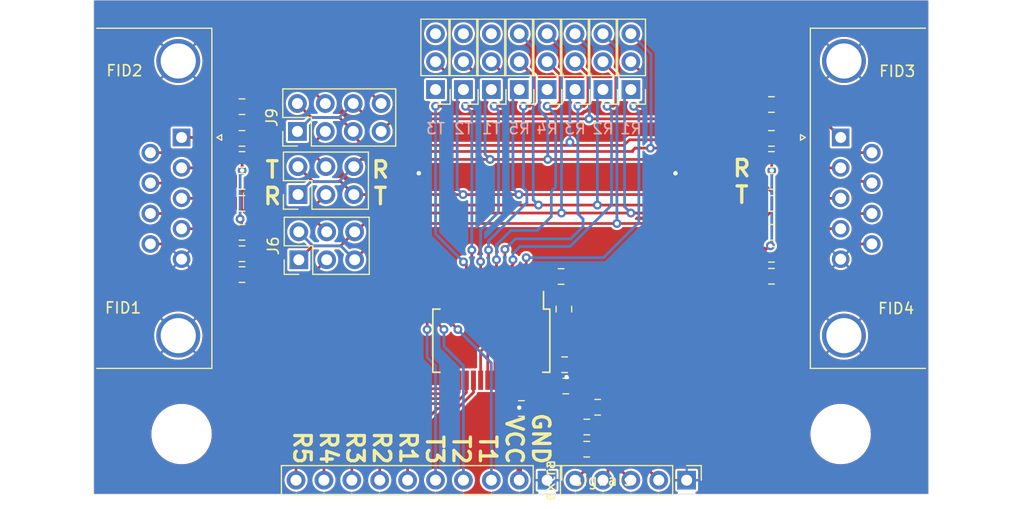
<source format=kicad_pcb>
(kicad_pcb (version 20221018) (generator pcbnew)
  (layers (0 "F.Cu" signal) (31 "B.Cu" signal) (34 "B.Paste" user) (35 "F.Paste" user) (36 "B.SilkS" user "B.Silkscreen") (37 "F.SilkS" user "F.Silkscreen") (38 "B.Mask" user) (39 "F.Mask" user) (44 "Edge.Cuts" user))
  (net 0 "")
  (net 1 "GND")
  (net 2 "Net-(IC1A-C1+)")
  (net 3 "Net-(IC1A-C1-)")
  (net 4 "Net-(IC1A-C2+)")
  (net 5 "Net-(IC1A-C2-)")
  (net 6 "Net-(IC1A-V+)")
  (net 7 "Net-(IC1A-V-)")
  (net 8 "Net-(J1-Pad9)")
  (net 9 "Net-(J1-Pad8)")
  (net 10 "Net-(J1-Pad7)")
  (net 11 "Net-(J1-Pad6)")
  (net 12 "Net-(J1-Pad4)")
  (net 13 "Net-(J1-Pad3)")
  (net 14 "Net-(J1-Pad2)")
  (net 15 "Net-(J1-Pad1)")
  (net 16 "Net-(J2-Pad9)")
  (net 17 "Net-(J2-Pad8)")
  (net 18 "Net-(J2-Pad7)")
  (net 19 "Net-(J2-Pad6)")
  (net 20 "Net-(J2-Pad4)")
  (net 21 "Net-(J2-Pad3)")
  (net 22 "Net-(J2-Pad2)")
  (net 23 "Net-(J2-Pad1)")
  (net 24 "DSR")
  (net 25 "RTS")
  (net 26 "CTS")
  (net 27 "DTR")
  (net 28 "RING")
  (net 29 "VCC")
  (net 30 "FORCEON")
  (net 31 "~{FORCEOFF}")
  (net 32 "~{INVALID}")
  (net 33 "R2OUTB")
  (net 34 "/R1")
  (net 35 "/R2")
  (net 36 "/R3")
  (net 37 "/R4")
  (net 38 "/R5")
  (net 39 "/T1")
  (net 40 "/T2")
  (net 41 "/T3")
  (net 42 "/T3_232")
  (net 43 "/T2_232")
  (net 44 "/T1_232")
  (net 45 "/R5_232")
  (net 46 "/R4_232")
  (net 47 "/R3_232")
  (net 48 "/R2_232")
  (net 49 "/R1_232")
  (net 50 "RX")
  (net 51 "TX")
  (net 52 "/M_2")
  (net 53 "/M_3")
  (net 58 "/M_7")
  (net 59 "/M_8")
  (net 60 "DCD_F")
  (net 61 "DCD_M")
  (net 62 "/M_6")
  (net 63 "/M_4")
  (footprint "Connector_Dsub:DSUB-9_Female_Horizontal_P2.77x2.84mm_EdgePinOffset4.94mm_Housed_MountingHolesOffset7.48mm" (layer "F.Cu") (at 235 45 90)
    (fp_text reference "J2" hide)
    (fp_text value "DB9_Female")
  )
  (footprint "Resistor_SMD:R_0805_2012Metric" (layer "F.Cu") (at 180.5 47 180)
    (fp_text reference "R3" hide)
    (fp_text value "0R")
  )
  (footprint "Resistor_SMD:R_0805_2012Metric" (layer "F.Cu") (at 180.5 49 180)
    (fp_text reference "R4" hide)
    (fp_text value "0R")
  )
  (footprint "Resistor_SMD:R_0805_2012Metric" (layer "F.Cu") (at 180.5 51 180)
    (fp_text reference "R5" hide)
    (fp_text value "0R")
  )
  (footprint "Resistor_SMD:R_0805_2012Metric" (layer "F.Cu") (at 180.5 53.635 180)
    (fp_text reference "R6" hide)
    (fp_text value "0R")
  )
  (footprint "Resistor_SMD:R_0805_2012Metric" (layer "F.Cu") (at 180.5 55.585 180)
    (fp_text reference "R7" hide)
    (fp_text value "0R")
  )
  (footprint "Resistor_SMD:R_0805_2012Metric" (layer "F.Cu") (at 180.5 57.485 180)
    (fp_text reference "R8" hide)
    (fp_text value "0R")
  )
  (footprint "Resistor_SMD:R_0805_2012Metric" (layer "F.Cu") (at 228.7 42 180)
    (fp_text reference "R11" hide)
    (fp_text value "0R")
  )
  (footprint "Resistor_SMD:R_0805_2012Metric" (layer "F.Cu") (at 228.7 45.085 180)
    (fp_text reference "R12" hide)
    (fp_text value "0R")
  )
  (footprint "Resistor_SMD:R_0805_2012Metric" (layer "F.Cu") (at 228.7 47 180)
    (fp_text reference "R13" hide)
    (fp_text value "0R")
  )
  (footprint "Resistor_SMD:R_0805_2012Metric" (layer "F.Cu") (at 228.7 49 180)
    (fp_text reference "R14" hide)
    (fp_text value "0R")
  )
  (footprint "Resistor_SMD:R_0805_2012Metric" (layer "F.Cu") (at 228.7 51 180)
    (fp_text reference "R15" hide)
    (fp_text value "0R")
  )
  (footprint "Resistor_SMD:R_0805_2012Metric" (layer "F.Cu") (at 228.7 53.635 180)
    (fp_text reference "R16" hide)
    (fp_text value "0R")
  )
  (footprint "Resistor_SMD:R_0805_2012Metric" (layer "F.Cu") (at 228.7 55.635 180)
    (fp_text reference "R17" hide)
    (fp_text value "0R")
  )
  (footprint "Resistor_SMD:R_0805_2012Metric" (layer "F.Cu") (at 228.7 57.635 180)
    (fp_text reference "R18" hide)
    (fp_text value "0R")
  )
  (footprint "Connector_Dsub:DSUB-9_Male_Horizontal_P2.77x2.84mm_EdgePinOffset4.94mm_Housed_MountingHolesOffset7.48mm" (layer "F.Cu") (at 175 45 -90)
    (fp_text reference "J1" hide)
    (fp_text value "DB9_Male")
  )
  (footprint "Fiducial:Fiducial_1.5mm_Mask3mm" (layer "F.Cu") (at 169.672 62.992)
    (fp_text reference "FID1")
    (fp_text value "Fiducial")
  )
  (footprint "Fiducial:Fiducial_1.5mm_Mask3mm" (layer "F.Cu") (at 169.8 41.4)
    (fp_text reference "FID2")
    (fp_text value "Fiducial")
  )
  (footprint "Fiducial:Fiducial_1.5mm_Mask3mm" (layer "F.Cu") (at 240.15 41.45)
    (fp_text reference "FID3")
    (fp_text value "Fiducial")
  )
  (footprint "Fiducial:Fiducial_1.5mm_Mask3mm" (layer "F.Cu") (at 240.05 63.05)
    (fp_text reference "FID4")
    (fp_text value "Fiducial")
  )
  (footprint "MountingHole:MountingHole_5mm" (layer "F.Cu") (at 235 72)
    (fp_text reference "H2" hide)
    (fp_text value "MountingHole")
  )
  (footprint "Capacitor_SMD:C_0805_2012Metric" (layer "F.Cu") (at 209.87 65.69 180)
    (fp_text reference "C2" hide)
    (fp_text value "100nF")
  )
  (footprint "Capacitor_SMD:C_0805_2012Metric" (layer "F.Cu") (at 209.804 60.6275 90)
    (fp_text reference "C3" hide)
    (fp_text value "470nF")
  )
  (footprint "Package_SO:SSOP-28_5.3x10.2mm_P0.65mm" (layer "F.Cu") (at 203.2 63.5 -90)
    (fp_text reference "IC1" hide)
    (fp_text value "MAX3243")
  )
  (footprint "Connector_PinHeader_2.54mm:PinHeader_1x10_P2.54mm_Vertical" (layer "F.Cu") (at 208.28 76.2 -90)
    (fp_text reference "J3" hide)
    (fp_text value "signals")
  )
  (footprint "Connector_PinHeader_2.54mm:PinHeader_1x05_P2.54mm_Vertical" (layer "F.Cu") (at 220.98 76.2 -90)
    (fp_text reference "J4" hide)
    (fp_text value "extra")
  )
  (footprint "Connector_PinHeader_2.54mm:PinHeader_2x03_P2.54mm_Vertical" (layer "F.Cu") (at 185.6 50.2 90)
    (fp_text reference "J5" hide)
    (fp_text value "SWAP_23")
  )
  (footprint "Connector_PinHeader_2.54mm:PinHeader_1x03_P2.54mm_Vertical" (layer "F.Cu") (at 198.12 40.64 180)
    (fp_text reference "JP3" hide)
    (fp_text value "T3")
  )
  (footprint "Connector_PinHeader_2.54mm:PinHeader_1x03_P2.54mm_Vertical" (layer "F.Cu") (at 215.9 40.64 180)
    (fp_text reference "JP4" hide)
    (fp_text value "R1")
  )
  (footprint "Connector_PinHeader_2.54mm:PinHeader_1x03_P2.54mm_Vertical" (layer "F.Cu") (at 213.36 40.64 180)
    (fp_text reference "JP5" hide)
    (fp_text value "R2")
  )
  (footprint "Connector_PinHeader_2.54mm:PinHeader_1x03_P2.54mm_Vertical" (layer "F.Cu") (at 205.74 40.64 180)
    (fp_text reference "JP8" hide)
    (fp_text value "R5")
  )
  (footprint "Resistor_SMD:R_0805_2012Metric" (layer "F.Cu") (at 211.89 71.36)
    (fp_text reference "R9" hide)
    (fp_text value "10K")
  )
  (footprint "Resistor_SMD:R_0805_2012Metric" (layer "F.Cu") (at 212.88 69.56)
    (fp_text reference "R10" hide)
    (fp_text value "10K")
  )
  (footprint "Resistor_SMD:R_0805_2012Metric" (layer "F.Cu") (at 211.8825 73.38)
    (fp_text reference "R19" hide)
    (fp_text value "NC")
  )
  (footprint "Resistor_SMD:R_0805_2012Metric" (layer "F.Cu") (at 180.5 45.085 180)
    (fp_text reference "R2" hide)
    (fp_text value "0R")
  )
  (footprint "Resistor_SMD:R_0805_2012Metric" (layer "F.Cu") (at 180.5 42.2 180)
    (fp_text reference "R1" hide)
    (fp_text value "0R")
  )
  (footprint "Connector_PinHeader_2.54mm:PinHeader_2x03_P2.54mm_Vertical" (layer "F.Cu") (at 185.674 56.134 90)
    (fp_text reference "J6")
    (fp_text value "SWAP_87")
  )
  (footprint "Connector_PinHeader_2.54mm:PinHeader_1x03_P2.54mm_Vertical" (layer "F.Cu") (at 210.82 40.64 180)
    (fp_text reference "JP6" hide)
    (fp_text value "R3")
  )
  (footprint "Capacitor_SMD:C_0805_2012Metric" (layer "F.Cu") (at 205.9432 69.6722 180)
    (fp_text reference "C1" hide)
    (fp_text value "100nF")
  )
  (footprint "Capacitor_SMD:C_0805_2012Metric" (layer "F.Cu") (at 209.98 67.63 180)
    (fp_text reference "C4" hide)
    (fp_text value "470nF")
  )
  (footprint "Capacitor_SMD:C_0805_2012Metric" (layer "F.Cu") (at 209.55 57.658 180)
    (fp_text reference "C5" hide)
    (fp_text value "470nF")
  )
  (footprint "MountingHole:MountingHole_5mm" (layer "F.Cu") (at 175 72)
    (fp_text reference "H1" hide)
    (fp_text value "MountingHole")
  )
  (footprint "Connector_PinHeader_2.54mm:PinHeader_2x04_P2.54mm_Vertical" (layer "F.Cu") (at 185.547 44.45 90)
    (fp_text reference "J9")
    (fp_text value "SWAP_641")
  )
  (footprint "Connector_PinHeader_2.54mm:PinHeader_1x03_P2.54mm_Vertical" (layer "F.Cu") (at 208.28 40.64 180)
    (fp_text reference "JP7" hide)
    (fp_text value "R4")
  )
  (footprint "Connector_PinHeader_2.54mm:PinHeader_1x03_P2.54mm_Vertical" (layer "F.Cu") (at 200.66 40.64 180)
    (fp_text reference "JP2" hide)
    (fp_text value "T2")
  )
  (footprint "Connector_PinHeader_2.54mm:PinHeader_1x03_P2.54mm_Vertical" (layer "F.Cu") (at 203.2 40.64 180)
    (fp_text reference "JP1" hide)
    (fp_text value "T1")
  )
  (gr_line (start 167 77.47) (end 167 32.512) (stroke (width 0.05)) (layer "Edge.Cuts"))
  (gr_line (start 243 32.512) (end 243 77.47) (stroke (width 0.05)) (layer "Edge.Cuts"))
  (gr_line (start 167 32.512) (end 243 32.512) (stroke (width 0.05)) (layer "Edge.Cuts"))
  (gr_line (start 243 77.47) (end 167 77.47) (stroke (width 0.05)) (layer "Edge.Cuts"))
  (gr_text "R\nT" (at 193.1035 49.149) (layer "F.SilkS") (effects (font (size 1.5 1.5) (thickness 0.3))))
  (gr_text "R\nT" (at 225.9965 49.022) (layer "F.SilkS") (effects (font (size 1.5 1.5) (thickness 0.3))))
  (gr_text "GND\nVCC\nT1\nT2\nT3\nR1\nR2\nR3\nR4\nR5" (at 196.85 74.9046 270) (layer "F.SilkS") (effects (font (size 1.5 1.5) (thickness 0.3)) (justify right)))
  (gr_text "T\nR" (at 183.261 49.149) (layer "F.SilkS") (effects (font (size 1.5 1.5) (thickness 0.3))))
  (via (at 210.048131 66.813489) (size 0.8) (drill 0.4) (layers "F.Cu" "B.Cu") (net 1))
  (via (at 205.74 69.596) (size 0.8) (drill 0.4) (layers "F.Cu" "B.Cu") (net 1))
  (via (at 196.596 48.26) (size 0.8) (drill 0.4) (layers "F.Cu" "B.Cu") (net 1))
  (via (at 219.964 48.26) (size 0.8) (drill 0.4) (layers "F.Cu" "B.Cu") (net 1))
  (segment (start 207.425 67.1) (end 207.425 66.095) (width 0.25) (layer "F.Cu") (net 2))
  (segment (start 207.425 66.095) (end 207.83 65.69) (width 0.25) (layer "F.Cu") (net 2))
  (segment (start 207.83 65.69) (end 208.9325 65.69) (width 0.25) (layer "F.Cu") (net 2))
  (segment (start 204.825 65.431) (end 205.671 64.585) (width 0.25) (layer "F.Cu") (net 3))
  (segment (start 209.97 64.585) (end 210.8075 65.4225) (width 0.25) (layer "F.Cu") (net 3))
  (segment (start 204.825 67.1) (end 204.825 65.431) (width 0.25) (layer "F.Cu") (net 3))
  (segment (start 205.671 64.585) (end 209.97 64.585) (width 0.25) (layer "F.Cu") (net 3))
  (segment (start 210.8075 65.4225) (end 210.8075 65.69) (width 0.25) (layer "F.Cu") (net 3))
  (segment (start 207.425 59.9) (end 209.34 59.9) (width 0.25) (layer "F.Cu") (net 4))
  (segment (start 209.34 59.9) (end 209.55 59.69) (width 0.25) (layer "F.Cu") (net 4))
  (segment (start 206.775 61.233) (end 207.107 61.565) (width 0.25) (layer "F.Cu") (net 5))
  (segment (start 206.775 59.9) (end 206.775 61.233) (width 0.25) (layer "F.Cu") (net 5))
  (segment (start 207.107 61.565) (end 208.85 61.565) (width 0.25) (layer "F.Cu") (net 5))
  (segment (start 208.85 61.565) (end 209.55 61.565) (width 0.25) (layer "F.Cu") (net 5))
  (segment (start 206.775 67.1) (end 206.775 68.225) (width 0.25) (layer "F.Cu") (net 6))
  (segment (start 207.13 68.58) (end 208.01 68.58) (width 0.25) (layer "F.Cu") (net 6))
  (segment (start 208.0925 68.58) (end 209.0425 67.63) (width 0.25) (layer "F.Cu") (net 6))
  (segment (start 206.775 68.225) (end 207.13 68.58) (width 0.25) (layer "F.Cu") (net 6))
  (segment (start 208.01 68.58) (end 208.0925 68.58) (width 0.25) (layer "F.Cu") (net 6))
  (segment (start 208.6125 57.8335) (end 208.6125 57.658) (width 0.25) (layer "F.Cu") (net 7))
  (segment (start 206.48 58.42) (end 208.026 58.42) (width 0.25) (layer "F.Cu") (net 7))
  (segment (start 206.125 59.9) (end 206.125 58.775) (width 0.25) (layer "F.Cu") (net 7))
  (segment (start 206.125 58.775) (end 206.48 58.42) (width 0.25) (layer "F.Cu") (net 7))
  (segment (start 208.026 58.42) (end 208.6125 57.8335) (width 0.25) (layer "F.Cu") (net 7))
  (segment (start 172.16 54.695) (end 176.095 54.695) (width 0.25) (layer "F.Cu") (net 8))
  (segment (start 178.885 57.485) (end 179.5625 57.485) (width 0.25) (layer "F.Cu") (net 8))
  (segment (start 176.095 54.695) (end 178.885 57.485) (width 0.25) (layer "F.Cu") (net 8))
  (segment (start 172.16 51.925) (end 176.925 51.925) (width 0.25) (layer "F.Cu") (net 9))
  (segment (start 178.635 53.635) (end 179.5625 53.635) (width 0.25) (layer "F.Cu") (net 9))
  (segment (start 176.925 51.925) (end 178.635 53.635) (width 0.25) (layer "F.Cu") (net 9))
  (segment (start 179.4075 49.155) (end 179.5625 49) (width 0.25) (layer "F.Cu") (net 10))
  (segment (start 172.16 49.155) (end 179.4075 49.155) (width 0.25) (layer "F.Cu") (net 10))
  (segment (start 176.615 46.385) (end 177.915 45.085) (width 0.25) (layer "F.Cu") (net 11))
  (segment (start 172.16 46.385) (end 176.615 46.385) (width 0.25) (layer "F.Cu") (net 11))
  (segment (start 177.915 45.085) (end 179.5625 45.085) (width 0.25) (layer "F.Cu") (net 11))
  (segment (start 178.785 55.585) (end 179.5625 55.585) (width 0.25) (layer "F.Cu") (net 12))
  (segment (start 175 53.31) (end 176.51 53.31) (width 0.25) (layer "F.Cu") (net 12))
  (segment (start 176.51 53.31) (end 178.785 55.585) (width 0.25) (layer "F.Cu") (net 12))
  (segment (start 177.94 50.54) (end 178.4 51) (width 0.25) (layer "F.Cu") (net 13))
  (segment (start 175 50.54) (end 177.94 50.54) (width 0.25) (layer "F.Cu") (net 13))
  (segment (start 178.4 51) (end 179.5625 51) (width 0.25) (layer "F.Cu") (net 13))
  (segment (start 178.4 47) (end 179.5625 47) (width 0.25) (layer "F.Cu") (net 14))
  (segment (start 177.63 47.77) (end 178.4 47) (width 0.25) (layer "F.Cu") (net 14))
  (segment (start 175 47.77) (end 177.63 47.77) (width 0.25) (layer "F.Cu") (net 14))
  (segment (start 175 45) (end 176.05 45) (width 0.25) (layer "F.Cu") (net 15))
  (segment (start 176.05 45) (end 178.85 42.2) (width 0.25) (layer "F.Cu") (net 15))
  (segment (start 178.85 42.2) (end 179.5625 42.2) (width 0.25) (layer "F.Cu") (net 15))
  (segment (start 230.765 57.635) (end 229.6375 57.635) (width 0.25) (layer "F.Cu") (net 16))
  (segment (start 237.84 54.695) (end 233.705 54.695) (width 0.25) (layer "F.Cu") (net 16))
  (segment (start 233.705 54.695) (end 230.765 57.635) (width 0.25) (layer "F.Cu") (net 16))
  (segment (start 233.662 51.925) (end 232.809 51.925) (width 0.25) (layer "F.Cu") (net 17))
  (segment (start 232.809 51.925) (end 231.099 53.635) (width 0.25) (layer "F.Cu") (net 17))
  (segment (start 233.662 51.925) (end 236.70863 51.925) (width 0.25) (layer "F.Cu") (net 17))
  (segment (start 231.099 53.635) (end 229.6375 53.635) (width 0.25) (layer "F.Cu") (net 17))
  (segment (start 236.70863 51.925) (end 237.84 51.925) (width 0.25) (layer "F.Cu") (net 17))
  (segment (start 237.685 49) (end 237.84 49.155) (width 0.25) (layer "F.Cu") (net 18))
  (segment (start 229.6375 49) (end 237.685 49) (width 0.25) (layer "F.Cu") (net 18))
  (segment (start 231.21 45.085) (end 232.51 46.385) (width 0.25) (layer "F.Cu") (net 19))
  (segment (start 232.51 46.385) (end 236.70863 46.385) (width 0.25) (layer "F.Cu") (net 19))
  (segment (start 236.70863 46.385) (end 237.84 46.385) (width 0.25) (layer "F.Cu") (net 19))
  (segment (start 229.6375 45.085) (end 231.21 45.085) (width 0.25) (layer "F.Cu") (net 19))
  (segment (start 232.89 53.31) (end 230.565 55.635) (width 0.25) (layer "F.Cu") (net 20))
  (segment (start 235 53.31) (end 232.89 53.31) (width 0.25) (layer "F.Cu") (net 20))
  (segment (start 230.565 55.635) (end 229.6375 55.635) (width 0.25) (layer "F.Cu") (net 20))
  (segment (start 233.26 50.54) (end 235 50.54) (width 0.25) (layer "F.Cu") (net 21))
  (segment (start 232.8 51) (end 233.26 50.54) (width 0.25) (layer "F.Cu") (net 21))
  (segment (start 229.6375 51) (end 232.8 51) (width 0.25) (layer "F.Cu") (net 21))
  (segment (start 231 47) (end 229.6375 47) (width 0.25) (layer "F.Cu") (net 22))
  (segment (start 231.77 47.77) (end 231 47) (width 0.25) (layer "F.Cu") (net 22))
  (segment (start 235 47.77) (end 231.77 47.77) (width 0.25) (layer "F.Cu") (net 22))
  (segment (start 229.6375 42) (end 232 42) (width 0.25) (layer "F.Cu") (net 23))
  (segment (start 232 42) (end 235 45) (width 0.25) (layer "F.Cu") (net 23))
  (segment (start 225.679 45.974) (end 226.568 45.085) (width 0.25) (layer "F.Cu") (net 24))
  (segment (start 189.357 43.18) (end 189.777001 43.600001) (width 0.25) (layer "F.Cu") (net 24))
  (segment (start 186.817 43.18) (end 189.357 43.18) (width 0.25) (layer "F.Cu") (net 24))
  (segment (start 190.627 44.45) (end 190.627 44.831) (width 0.25) (layer "F.Cu") (net 24))
  (segment (start 185.547 41.91) (end 186.817 43.18) (width 0.25) (layer "F.Cu") (net 24))
  (segment (start 216.281 45.974) (end 217.678 45.974) (width 0.25) (layer "F.Cu") (net 24))
  (segment (start 216.073999 46.181001) (end 216.281 45.974) (width 0.25) (layer "F.Cu") (net 24))
  (segment (start 217.678 45.974) (end 225.679 45.974) (width 0.25) (layer "F.Cu") (net 24))
  (segment (start 192.070999 46.274999) (end 216.073999 46.274999) (width 0.25) (layer "F.Cu") (net 24))
  (segment (start 226.568 45.085) (end 227.7625 45.085) (width 0.25) (layer "F.Cu") (net 24))
  (segment (start 189.777001 43.600001) (end 190.627 44.45) (width 0.25) (layer "F.Cu") (net 24))
  (segment (start 190.627 44.831) (end 192.070999 46.274999) (width 0.25) (layer "F.Cu") (net 24))
  (segment (start 216.073999 46.274999) (end 216.073999 46.181001) (width 0.25) (layer "F.Cu") (net 24))
  (via (at 217.678 45.974) (size 0.8) (drill 0.4) (layers "F.Cu" "B.Cu") (net 24))
  (segment (start 217.7415 37.4015) (end 217.7415 45.9105) (width 0.25) (layer "B.Cu") (net 24))
  (segment (start 217.7415 45.9105) (end 217.678 45.974) (width 0.25) (layer "B.Cu") (net 24))
  (segment (start 215.9 35.56) (end 217.7415 37.4015) (width 0.25) (layer "B.Cu") (net 24))
  (segment (start 228.727 49.9645) (end 228.727 51.689) (width 0.25) (layer "F.Cu") (net 25))
  (segment (start 221.488 52.324) (end 220.318499 51.154499) (width 0.25) (layer "F.Cu") (net 25))
  (segment (start 207.491499 51.154499) (end 193.320501 51.154499) (width 0.25) (layer "F.Cu") (net 25))
  (segment (start 228.092 52.324) (end 221.488 52.324) (width 0.25) (layer "F.Cu") (net 25))
  (segment (start 228.727 51.689) (end 228.092 52.324) (width 0.25) (layer "F.Cu") (net 25))
  (segment (start 186.944 54.864) (end 185.674 56.134) (width 0.25) (layer "F.Cu") (net 25))
  (segment (start 189.484 54.864) (end 186.944 54.864) (width 0.25) (layer "F.Cu") (net 25))
  (segment (start 190.754 53.594) (end 189.484 54.864) (width 0.25) (layer "F.Cu") (net 25))
  (segment (start 227.7625 49) (end 228.727 49.9645) (width 0.25) (layer "F.Cu") (net 25))
  (segment (start 220.318499 51.154499) (end 207.491499 51.154499) (width 0.25) (layer "F.Cu") (net 25))
  (segment (start 190.881 53.594) (end 190.754 53.594) (width 0.25) (layer "F.Cu") (net 25))
  (segment (start 193.320501 51.154499) (end 190.881 53.594) (width 0.25) (layer "F.Cu") (net 25))
  (via (at 212.852 51.1545) (size 0.8) (drill 0.4) (layers "F.Cu" "B.Cu") (net 25))
  (via (at 207.491499 51.154499) (size 0.8) (drill 0.4) (layers "F.Cu" "B.Cu") (net 25))
  (segment (start 207.01 36.83) (end 207.01 50.673) (width 0.25) (layer "B.Cu") (net 25))
  (segment (start 213.36 40.64) (end 212.852 41.148) (width 0.25) (layer "B.Cu") (net 25))
  (segment (start 212.852 45.466) (end 212.852 51.1545) (width 0.25) (layer "B.Cu") (net 25))
  (segment (start 212.852 41.148) (end 212.852 45.466) (width 0.25) (layer "B.Cu") (net 25))
  (segment (start 205.74 35.56) (end 207.01 36.83) (width 0.25) (layer "B.Cu") (net 25))
  (segment (start 207.01 50.673) (end 207.491499 51.154499) (width 0.25) (layer "B.Cu") (net 25))
  (segment (start 227.275 53.635) (end 227.7625 53.635) (width 0.25) (layer "F.Cu") (net 26))
  (segment (start 215.9 51.8795) (end 209.58699 51.8795) (width 0.25) (layer "F.Cu") (net 26))
  (segment (start 195.0085 51.8795) (end 209.021305 51.8795) (width 0.25) (layer "F.Cu") (net 26))
  (segment (start 209.021305 51.8795) (end 209.58699 51.8795) (width 0.25) (layer "F.Cu") (net 26))
  (segment (start 221.65741 53.635) (end 227.275 53.635) (width 0.25) (layer "F.Cu") (net 26))
  (segment (start 190.754 56.134) (end 195.0085 51.8795) (width 0.25) (layer "F.Cu") (net 26))
  (segment (start 215.9 51.8795) (end 219.90191 51.8795) (width 0.25) (layer "F.Cu") (net 26))
  (segment (start 219.90191 51.8795) (end 221.65741 53.635) (width 0.25) (layer "F.Cu") (net 26))
  (via (at 215.9 51.8795) (size 0.8) (drill 0.4) (layers "F.Cu" "B.Cu") (net 26))
  (via (at 209.58699 51.8795) (size 0.8) (drill 0.4) (layers "F.Cu" "B.Cu") (net 26))
  (segment (start 189.484 54.864) (end 189.904001 55.284001) (width 0.25) (layer "B.Cu") (net 26))
  (segment (start 215.3285 51.308) (end 215.9 51.8795) (width 0.25) (layer "B.Cu") (net 26))
  (segment (start 209.58699 51.313815) (end 209.58699 51.8795) (width 0.25) (layer "B.Cu") (net 26))
  (segment (start 209.58699 36.86699) (end 209.58699 51.313815) (width 0.25) (layer "B.Cu") (net 26))
  (segment (start 208.28 35.56) (end 209.58699 36.86699) (width 0.25) (layer "B.Cu") (net 26))
  (segment (start 189.904001 55.284001) (end 190.754 56.134) (width 0.25) (layer "B.Cu") (net 26))
  (segment (start 215.3285 41.2115) (end 215.3285 51.308) (width 0.25) (layer "B.Cu") (net 26))
  (segment (start 185.674 53.594) (end 186.944 54.864) (width 0.25) (layer "B.Cu") (net 26))
  (segment (start 186.944 54.864) (end 189.484 54.864) (width 0.25) (layer "B.Cu") (net 26))
  (segment (start 215.9 40.64) (end 215.3285 41.2115) (width 0.25) (layer "B.Cu") (net 26))
  (segment (start 191.897 45.212) (end 192.405 45.72) (width 0.25) (layer "F.Cu") (net 27))
  (segment (start 227.838 43.561) (end 228.727 44.45) (width 0.25) (layer "F.Cu") (net 27))
  (segment (start 192.405 45.72) (end 210.312 45.72) (width 0.25) (layer "F.Cu") (net 27))
  (segment (start 228.6 54.864) (end 228.5335 54.864) (width 0.25) (layer "F.Cu") (net 27))
  (segment (start 228.727 44.45) (end 228.727 48.006) (width 0.25) (layer "F.Cu") (net 27))
  (segment (start 210.312 45.72) (end 215.265 45.72) (width 0.25) (layer "F.Cu") (net 27))
  (segment (start 210.348999 45.683001) (end 210.312 45.72) (width 0.25) (layer "F.Cu") (net 27))
  (segment (start 191.897 43.18) (end 191.897 45.212) (width 0.25) (layer "F.Cu") (net 27))
  (segment (start 215.265 45.72) (end 215.773 45.212) (width 0.25) (layer "F.Cu") (net 27))
  (segment (start 190.627 41.91) (end 191.897 43.18) (width 0.25) (layer "F.Cu") (net 27))
  (segment (start 228.5335 54.864) (end 227.7625 55.635) (width 0.25) (layer "F.Cu") (net 27))
  (segment (start 226.695 43.561) (end 227.838 43.561) (width 0.25) (layer "F.Cu") (net 27))
  (segment (start 210.348999 45.429001) (end 210.348999 45.683001) (width 0.25) (layer "F.Cu") (net 27))
  (segment (start 215.773 45.212) (end 225.044 45.212) (width 0.25) (layer "F.Cu") (net 27))
  (segment (start 225.044 45.212) (end 226.695 43.561) (width 0.25) (layer "F.Cu") (net 27))
  (via (at 228.727 48.006) (size 0.8) (drill 0.4) (layers "F.Cu" "B.Cu") (net 27))
  (via (at 228.6 54.864) (size 0.8) (drill 0.4) (layers "F.Cu" "B.Cu") (net 27))
  (via (at 210.348999 45.429001) (size 0.8) (drill 0.4) (layers "F.Cu" "B.Cu") (net 27))
  (segment (start 210.82 40.64) (end 210.312 41.148) (width 0.25) (layer "B.Cu") (net 27))
  (segment (start 228.727 54.737) (end 228.6 54.864) (width 0.25) (layer "B.Cu") (net 27))
  (segment (start 228.727 48.006) (end 228.727 54.737) (width 0.25) (layer "B.Cu") (net 27))
  (segment (start 189.357 43.18) (end 186.817 43.18) (width 0.25) (layer "B.Cu") (net 27))
  (segment (start 210.348999 41.111001) (end 210.348999 45.429001) (width 0.25) (layer "B.Cu") (net 27))
  (segment (start 210.82 40.64) (end 210.348999 41.111001) (width 0.25) (layer "B.Cu") (net 27))
  (segment (start 186.817 43.18) (end 185.547 44.45) (width 0.25) (layer "B.Cu") (net 27))
  (segment (start 190.627 41.91) (end 189.357 43.18) (width 0.25) (layer "B.Cu") (net 27))
  (segment (start 218.567 52.832) (end 220.98 55.245) (width 0.25) (layer "F.Cu") (net 28))
  (segment (start 225.298 55.245) (end 226.187 56.134) (width 0.25) (layer "F.Cu") (net 28))
  (segment (start 226.545 57.635) (end 227.7625 57.635) (width 0.25) (layer "F.Cu") (net 28))
  (segment (start 181.4375 57.485) (end 182.961 57.485) (width 0.25) (layer "F.Cu") (net 28))
  (segment (start 226.187 56.134) (end 226.187 57.277) (width 0.25) (layer "F.Cu") (net 28))
  (segment (start 220.98 55.245) (end 225.298 55.245) (width 0.25) (layer "F.Cu") (net 28))
  (segment (start 182.961 57.485) (end 183.642 58.166) (width 0.25) (layer "F.Cu") (net 28))
  (segment (start 183.642 58.166) (end 191.008 58.166) (width 0.25) (layer "F.Cu") (net 28))
  (segment (start 191.008 58.166) (end 196.342 52.832) (width 0.25) (layer "F.Cu") (net 28))
  (segment (start 214.63 52.832) (end 218.567 52.832) (width 0.25) (layer "F.Cu") (net 28))
  (segment (start 196.342 52.832) (end 214.63 52.832) (width 0.25) (layer "F.Cu") (net 28))
  (segment (start 226.187 57.277) (end 226.545 57.635) (width 0.25) (layer "F.Cu") (net 28))
  (via (at 214.63 52.832) (size 0.8) (drill 0.4) (layers "F.Cu" "B.Cu") (net 28))
  (segment (start 213.36 35.56) (end 214.63 36.83) (width 0.25) (layer "B.Cu") (net 28))
  (segment (start 214.63 36.83) (end 214.63 52.324) (width 0.25) (layer "B.Cu") (net 28))
  (segment (start 214.63 52.266315) (end 214.63 52.324) (width 0.25) (layer "B.Cu") (net 28))
  (segment (start 214.63 52.832) (end 214.63 52.266315) (width 0.25) (layer "B.Cu") (net 28))
  (segment (start 211.9425 72.3825) (end 210.945 73.38) (width 0.25) (layer "F.Cu") (net 29))
  (segment (start 209.93 73.152) (end 210.717 73.152) (width 0.5) (layer "F.Cu") (net 29))
  (segment (start 206.248 68.58) (end 206.248 68.845998) (width 0.5) (layer "F.Cu") (net 29))
  (segment (start 207.01 69.85) (end 207.01 73.152) (width 0.5) (layer "F.Cu") (net 29))
  (segment (start 206.590001 69.430001) (end 207.01 69.85) (width 0.5) (layer "F.Cu") (net 29))
  (segment (start 211.9425 69.56) (end 211.9425 72.3825) (width 0.25) (layer "F.Cu") (net 29))
  (segment (start 206.125 68.457) (end 206.248 68.58) (width 0.25) (layer "F.Cu") (net 29))
  (segment (start 205.74 74.422) (end 205.74 76.2) (width 0.5) (layer "F.Cu") (net 29))
  (segment (start 210.717 73.152) (end 210.945 73.38) (width 0.5) (layer "F.Cu") (net 29))
  (segment (start 207.01 73.152) (end 209.93 73.152) (width 0.5) (layer "F.Cu") (net 29))
  (segment (start 206.125 67.1) (end 206.125 68.457) (width 0.25) (layer "F.Cu") (net 29))
  (segment (start 206.590001 69.187999) (end 206.590001 69.430001) (width 0.5) (layer "F.Cu") (net 29))
  (segment (start 206.248 68.845998) (end 206.590001 69.187999) (width 0.5) (layer "F.Cu") (net 29))
  (segment (start 207.01 73.152) (end 205.74 74.422) (width 0.5) (layer "F.Cu") (net 29))
  (segment (start 212.925 71.2625) (end 212.8275 71.36) (width 0.25) (layer "F.Cu") (net 30))
  (segment (start 212.925 65.28) (end 212.925 71.2625) (width 0.25) (layer "F.Cu") (net 30))
  (segment (start 212.82 74.2) (end 212.82 73.38) (width 0.25) (layer "F.Cu") (net 30))
  (segment (start 211.78 64.135) (end 212.925 65.28) (width 0.25) (layer "F.Cu") (net 30))
  (segment (start 210.82 76.2) (end 212.82 74.2) (width 0.25) (layer "F.Cu") (net 30))
  (segment (start 212.8275 71.36) (end 212.8275 73.3725) (width 0.25) (layer "F.Cu") (net 30))
  (segment (start 212.8275 73.3725) (end 212.82 73.38) (width 0.25) (layer "F.Cu") (net 30))
  (segment (start 205.105 64.135) (end 211.78 64.135) (width 0.25) (layer "F.Cu") (net 30))
  (segment (start 204.175 67.1) (end 204.175 65.065) (width 0.25) (layer "F.Cu") (net 30))
  (segment (start 204.175 65.065) (end 205.105 64.135) (width 0.25) (layer "F.Cu") (net 30))
  (segment (start 203.525 64.445) (end 204.47 63.5) (width 0.25) (layer "F.Cu") (net 31))
  (segment (start 210.84 63.5) (end 211.781396 63.5) (width 0.25) (layer "F.Cu") (net 31))
  (segment (start 213.8175 65.536104) (end 213.8175 69.56) (width 0.25) (layer "F.Cu") (net 31))
  (segment (start 213.8175 75.7425) (end 213.8175 69.56) (width 0.25) (layer "F.Cu") (net 31))
  (segment (start 211.781396 63.5) (end 213.8175 65.536104) (width 0.25) (layer "F.Cu") (net 31))
  (segment (start 213.36 76.2) (end 213.8175 75.7425) (width 0.25) (layer "F.Cu") (net 31))
  (segment (start 203.525 67.1) (end 203.525 64.445) (width 0.25) (layer "F.Cu") (net 31))
  (segment (start 204.47 63.5) (end 210.84 63.5) (width 0.25) (layer "F.Cu") (net 31))
  (segment (start 212.009989 63.049989) (end 214.74 65.78) (width 0.25) (layer "F.Cu") (net 32))
  (segment (start 214.74 65.78) (end 214.74 75.04) (width 0.25) (layer "F.Cu") (net 32))
  (segment (start 214.74 75.04) (end 215.9 76.2) (width 0.25) (layer "F.Cu") (net 32))
  (segment (start 204.2836 63.049989) (end 212.009989 63.049989) (width 0.25) (layer "F.Cu") (net 32))
  (segment (start 202.875 67.1) (end 202.875 64.458589) (width 0.25) (layer "F.Cu") (net 32))
  (segment (start 202.875 64.458589) (end 204.2836 63.049989) (width 0.25) (layer "F.Cu") (net 32))
  (segment (start 202.225 67.1) (end 202.225 64.472178) (width 0.25) (layer "F.Cu") (net 33))
  (segment (start 204.0972 62.599978) (end 212.259978 62.599978) (width 0.25) (layer "F.Cu") (net 33))
  (segment (start 215.19 72.95) (end 218.44 76.2) (width 0.25) (layer "F.Cu") (net 33))
  (segment (start 212.259978 62.599978) (end 215.19 65.53) (width 0.25) (layer "F.Cu") (net 33))
  (segment (start 202.225 64.472178) (end 204.0972 62.599978) (width 0.25) (layer "F.Cu") (net 33))
  (segment (start 215.19 65.53) (end 215.19 72.95) (width 0.25) (layer "F.Cu") (net 33))
  (segment (start 198.29397 69.67603) (end 195.58 72.39) (width 0.25) (layer "F.Cu") (net 34))
  (segment (start 195.58 72.39) (end 195.58 76.2) (width 0.25) (layer "F.Cu") (net 34))
  (segment (start 200.11038 69.67603) (end 198.29397 69.67603) (width 0.25) (layer "F.Cu") (net 34))
  (segment (start 201.575 68.21141) (end 200.11038 69.67603) (width 0.25) (layer "F.Cu") (net 34))
  (segment (start 201.575 67.1) (end 201.575 68.21141) (width 0.25) (layer "F.Cu") (net 34))
  (segment (start 200.925 67.1) (end 200.925 68.225) (width 0.25) (layer "F.Cu") (net 35))
  (segment (start 199.92398 69.22602) (end 196.45798 69.22602) (width 0.25) (layer "F.Cu") (net 35))
  (segment (start 196.45798 69.22602) (end 193.04 72.644) (width 0.25) (layer "F.Cu") (net 35))
  (segment (start 200.925 68.225) (end 199.92398 69.22602) (width 0.25) (layer "F.Cu") (net 35))
  (segment (start 193.04 72.644) (end 193.04 76.2) (width 0.25) (layer "F.Cu") (net 35))
  (segment (start 200.275 68.21141) (end 199.7104 68.77601) (width 0.25) (layer "F.Cu") (net 36))
  (segment (start 200.275 67.1) (end 200.275 68.21141) (width 0.25) (layer "F.Cu") (net 36))
  (segment (start 199.7104 68.77601) (end 194.36799 68.77601) (width 0.25) (layer "F.Cu") (net 36))
  (segment (start 190.5 72.644) (end 190.5 76.2) (width 0.25) (layer "F.Cu") (net 36))
  (segment (start 194.36799 68.77601) (end 190.5 72.644) (width 0.25) (layer "F.Cu") (net 36))
  (segment (start 199.524 68.326) (end 192.278 68.326) (width 0.25) (layer "F.Cu") (net 37))
  (segment (start 187.96 72.644) (end 187.96 76.2) (width 0.25) (layer "F.Cu") (net 37))
  (segment (start 192.278 68.326) (end 187.96 72.644) (width 0.25) (layer "F.Cu") (net 37))
  (segment (start 199.625 67.1) (end 199.625 68.225) (width 0.25) (layer "F.Cu") (net 37))
  (segment (start 199.625 68.225) (end 199.524 68.326) (width 0.25) (layer "F.Cu") (net 37))
  (segment (start 198.975 67.876) (end 190.188 67.876) (width 0.25) (layer "F.Cu") (net 38))
  (segment (start 190.188 67.876) (end 185.42 72.644) (width 0.25) (layer "F.Cu") (net 38))
  (segment (start 198.975 67.1) (end 198.975 67.876) (width 0.25) (layer "F.Cu") (net 38))
  (segment (start 185.42 72.644) (end 185.42 76.2) (width 0.25) (layer "F.Cu") (net 38))
  (segment (start 198.975 61.307) (end 200.152 62.484) (width 0.25) (layer "F.Cu") (net 39))
  (segment (start 198.975 59.9) (end 198.975 61.307) (width 0.25) (layer "F.Cu") (net 39))
  (via (at 200.152 62.484) (size 0.8) (drill 0.4) (layers "F.Cu" "B.Cu") (net 39))
  (segment (start 203.2 65.532) (end 203.2 76.2) (width 0.25) (layer "B.Cu") (net 39))
  (segment (start 200.152 62.484) (end 203.2 65.532) (width 0.25) (layer "B.Cu") (net 39))
  (segment (start 199.625 58.775) (end 199.397 58.547) (width 0.25) (layer "F.Cu") (net 40))
  (segment (start 198.374 58.547) (end 198.12 58.801) (width 0.25) (layer "F.Cu") (net 40))
  (segment (start 199.625 59.9) (end 199.625 58.775) (width 0.25) (layer "F.Cu") (net 40))
  (segment (start 199.397 58.547) (end 198.374 58.547) (width 0.25) (layer "F.Cu") (net 40))
  (segment (start 198.12 61.722) (end 198.882 62.484) (width 0.25) (layer "F.Cu") (net 40))
  (segment (start 198.12 58.801) (end 198.12 61.722) (width 0.25) (layer "F.Cu") (net 40))
  (via (at 198.882 62.484) (size 0.8) (drill 0.4) (layers "F.Cu" "B.Cu") (net 40))
  (segment (start 198.882 64.008) (end 200.66 65.786) (width 0.25) (layer "B.Cu") (net 40))
  (segment (start 200.66 65.786) (end 200.66 76.2) (width 0.25) (layer "B.Cu") (net 40))
  (segment (start 198.882 62.484) (end 198.882 64.008) (width 0.25) (layer "B.Cu") (net 40))
  (segment (start 199.539 58.039) (end 197.993 58.039) (width 0.25) (layer "F.Cu") (net 41))
  (segment (start 200.275 58.775) (end 199.539 58.039) (width 0.25) (layer "F.Cu") (net 41))
  (segment (start 197.358 58.674) (end 197.358 62.484) (width 0.25) (layer "F.Cu") (net 41))
  (segment (start 200.275 59.9) (end 200.275 58.775) (width 0.25) (layer "F.Cu") (net 41))
  (segment (start 197.993 58.039) (end 197.358 58.674) (width 0.25) (layer "F.Cu") (net 41))
  (via (at 197.358 62.484) (size 0.8) (drill 0.4) (layers "F.Cu" "B.Cu") (net 41))
  (segment (start 197.358 62.484) (end 197.358 65.024) (width 0.25) (layer "B.Cu") (net 41))
  (segment (start 197.358 65.024) (end 198.12 65.786) (width 0.25) (layer "B.Cu") (net 41))
  (segment (start 198.12 65.786) (end 198.12 76.2) (width 0.25) (layer "B.Cu") (net 41))
  (segment (start 198.12 38.1) (end 199.295001 39.275001) (width 0.25) (layer "F.Cu") (net 42))
  (segment (start 200.925 59.9) (end 200.925 56.5895) (width 0.25) (layer "F.Cu") (net 42))
  (segment (start 198.685685 42.164) (end 198.12 42.164) (width 0.25) (layer "F.Cu") (net 42))
  (segment (start 199.295001 39.275001) (end 199.295001 41.750001) (width 0.25) (layer "F.Cu") (net 42))
  (segment (start 200.925 56.5895) (end 200.66 56.3245) (width 0.25) (layer "F.Cu") (net 42))
  (segment (start 198.881002 42.164) (end 198.685685 42.164) (width 0.25) (layer "F.Cu") (net 42))
  (segment (start 199.295001 41.750001) (end 198.881002 42.164) (width 0.25) (layer "F.Cu") (net 42))
  (via (at 200.66 56.3245) (size 0.8) (drill 0.4) (layers "F.Cu" "B.Cu") (net 42))
  (via (at 198.12 42.164) (size 0.8) (drill 0.4) (layers "F.Cu" "B.Cu") (net 42))
  (segment (start 198.12 42.729685) (end 198.12 42.164) (width 0.25) (layer "B.Cu") (net 42))
  (segment (start 198.12 53.7845) (end 198.12 42.729685) (width 0.25) (layer "B.Cu") (net 42))
  (segment (start 200.66 56.3245) (end 198.12 53.7845) (width 0.25) (layer "B.Cu") (net 42))
  (segment (start 200.66 38.1) (end 201.835001 39.275001) (width 0.25) (layer "F.Cu") (net 43))
  (segment (start 201.575 56.729002) (end 201.422 56.576002) (width 0.25) (layer "F.Cu") (net 43))
  (segment (start 201.575 59.9) (end 201.575 56.729002) (width 0.25) (layer "F.Cu") (net 43))
  (segment (start 201.422 56.576002) (end 201.422 55.245) (width 0.25) (layer "F.Cu") (net 43))
  (segment (start 201.835001 41.745184) (end 201.416185 42.164) (width 0.25) (layer "F.Cu") (net 43))
  (segment (start 201.835001 39.275001) (end 201.835001 41.745184) (width 0.25) (layer "F.Cu") (net 43))
  (segment (start 201.416185 42.164) (end 200.8505 42.164) (width 0.25) (layer "F.Cu") (net 43))
  (via (at 201.422 55.245) (size 0.8) (drill 0.4) (layers "F.Cu" "B.Cu") (net 43))
  (via (at 200.8505 42.164) (size 0.8) (drill 0.4) (layers "F.Cu" "B.Cu") (net 43))
  (segment (start 201.422 42.7355) (end 201.250499 42.563999) (width 0.25) (layer "B.Cu") (net 43))
  (segment (start 201.250499 42.563999) (end 200.8505 42.164) (width 0.25) (layer "B.Cu") (net 43))
  (segment (start 201.422 55.245) (end 201.422 42.7355) (width 0.25) (layer "B.Cu") (net 43))
  (segment (start 204.019685 42.164) (end 203.454 42.164) (width 0.25) (layer "F.Cu") (net 44))
  (segment (start 202.225 56.302) (end 202.221 56.302) (width 0.25) (layer "F.Cu") (net 44))
  (segment (start 203.2 38.1) (end 204.564999 39.464999) (width 0.25) (layer "F.Cu") (net 44))
  (segment (start 202.225 59.9) (end 202.225 56.302) (width 0.25) (layer "F.Cu") (net 44))
  (segment (start 204.564999 41.618686) (end 204.019685 42.164) (width 0.25) (layer "F.Cu") (net 44))
  (segment (start 204.564999 39.464999) (end 204.564999 41.618686) (width 0.25) (layer "F.Cu") (net 44))
  (via (at 202.221 56.302) (size 0.8) (drill 0.4) (layers "F.Cu" "B.Cu") (net 44))
  (via (at 203.454 42.164) (size 0.8) (drill 0.4) (layers "F.Cu" "B.Cu") (net 44))
  (segment (start 202.221 56.302) (end 202.221 53.43) (width 0.25) (layer "B.Cu") (net 44))
  (segment (start 202.221 53.43) (end 203.853999 51.797001) (width 0.25) (layer "B.Cu") (net 44))
  (segment (start 203.853999 42.563999) (end 203.454 42.164) (width 0.25) (layer "B.Cu") (net 44))
  (segment (start 203.853999 51.797001) (end 203.853999 42.563999) (width 0.25) (layer "B.Cu") (net 44))
  (segment (start 202.946 55.245) (end 202.946 59.829) (width 0.25) (layer "F.Cu") (net 45))
  (segment (start 207.104999 41.745686) (end 206.686685 42.164) (width 0.25) (layer "F.Cu") (net 45))
  (segment (start 207.104999 39.464999) (end 207.104999 41.745686) (width 0.25) (layer "F.Cu") (net 45))
  (segment (start 206.686685 42.164) (end 206.121 42.164) (width 0.25) (layer "F.Cu") (net 45))
  (segment (start 205.74 38.1) (end 207.104999 39.464999) (width 0.25) (layer "F.Cu") (net 45))
  (segment (start 202.946 59.829) (end 202.875 59.9) (width 0.25) (layer "F.Cu") (net 45))
  (via (at 206.121 42.164) (size 0.8) (drill 0.4) (layers "F.Cu" "B.Cu") (net 45))
  (via (at 202.946 55.245) (size 0.8) (drill 0.4) (layers "F.Cu" "B.Cu") (net 45))
  (segment (start 202.946 54.4195) (end 206.430001 50.935499) (width 0.25) (layer "B.Cu") (net 45))
  (segment (start 202.946 55.245) (end 202.946 54.4195) (width 0.25) (layer "B.Cu") (net 45))
  (segment (start 206.121 42.729685) (end 206.121 42.164) (width 0.25) (layer "B.Cu") (net 45))
  (segment (start 206.430001 49.851999) (end 206.121 49.542998) (width 0.25) (layer "B.Cu") (net 45))
  (segment (start 206.430001 50.935499) (end 206.430001 49.851999) (width 0.25) (layer "B.Cu") (net 45))
  (segment (start 206.121 49.542998) (end 206.121 42.729685) (width 0.25) (layer "B.Cu") (net 45))
  (segment (start 203.525 56.845685) (end 203.525 58.775) (width 0.25) (layer "F.Cu") (net 46))
  (segment (start 203.671 56.699685) (end 203.525 56.845685) (width 0.25) (layer "F.Cu") (net 46))
  (segment (start 209.041002 42.164) (end 208.845685 42.164) (width 0.25) (layer "F.Cu") (net 46))
  (segment (start 209.455001 41.750001) (end 209.041002 42.164) (width 0.25) (layer "F.Cu") (net 46))
  (segment (start 203.525 58.775) (end 203.525 59.9) (width 0.25) (layer "F.Cu") (net 46))
  (segment (start 208.845685 42.164) (end 208.28 42.164) (width 0.25) (layer "F.Cu") (net 46))
  (segment (start 209.455001 39.275001) (end 209.455001 41.750001) (width 0.25) (layer "F.Cu") (net 46))
  (segment (start 208.28 38.1) (end 209.455001 39.275001) (width 0.25) (layer "F.Cu") (net 46))
  (segment (start 203.671 56.134) (end 203.671 56.699685) (width 0.25) (layer "F.Cu") (net 46))
  (via (at 208.28 42.164) (size 0.8) (drill 0.4) (layers "F.Cu" "B.Cu") (net 46))
  (via (at 203.671 56.134) (size 0.8) (drill 0.4) (layers "F.Cu" "B.Cu") (net 46))
  (segment (start 209.042 49.53) (end 209.058501 49.386499) (width 0.25) (layer "B.Cu") (net 46))
  (segment (start 203.671 54.774) (end 204.978 53.467) (width 0.25) (layer "B.Cu") (net 46))
  (segment (start 203.671 56.134) (end 203.671 54.774) (width 0.25) (layer "B.Cu") (net 46))
  (segment (start 204.978 53.467) (end 207.391 53.467) (width 0.25) (layer "B.Cu") (net 46))
  (segment (start 207.391 53.467) (end 208.661 52.197) (width 0.25) (layer "B.Cu") (net 46))
  (segment (start 208.661 52.197) (end 208.661 49.911) (width 0.25) (layer "B.Cu") (net 46))
  (segment (start 208.679999 42.563999) (end 208.28 42.164) (width 0.25) (layer "B.Cu") (net 46))
  (segment (start 208.661 49.911) (end 209.042 49.53) (width 0.25) (layer "B.Cu") (net 46))
  (segment (start 209.058501 42.942501) (end 208.679999 42.563999) (width 0.25) (layer "B.Cu") (net 46))
  (segment (start 209.058501 49.386499) (end 209.058501 42.942501) (width 0.25) (layer "B.Cu") (net 46))
  (segment (start 204.175 59.9) (end 204.175 56.703002) (width 0.25) (layer "F.Cu") (net 47))
  (segment (start 211.995001 39.275001) (end 211.995001 41.808684) (width 0.25) (layer "F.Cu") (net 47))
  (segment (start 210.82 38.1) (end 211.995001 39.275001) (width 0.25) (layer "F.Cu") (net 47))
  (segment (start 204.175 56.703002) (end 204.433 56.445002) (width 0.25) (layer "F.Cu") (net 47))
  (segment (start 211.995001 41.808684) (end 211.639685 42.164) (width 0.25) (layer "F.Cu") (net 47))
  (segment (start 204.433 56.445002) (end 204.433 55.186153) (width 0.25) (layer "F.Cu") (net 47))
  (segment (start 211.639685 42.164) (end 211.074 42.164) (width 0.25) (layer "F.Cu") (net 47))
  (via (at 211.074 42.164) (size 0.8) (drill 0.4) (layers "F.Cu" "B.Cu") (net 47))
  (via (at 204.433 55.186153) (size 0.8) (drill 0.4) (layers "F.Cu" "B.Cu") (net 47))
  (segment (start 211.545001 52.420499) (end 211.074 51.949498) (width 0.25) (layer "B.Cu") (net 47))
  (segment (start 211.074 51.949498) (end 211.074 42.729685) (width 0.25) (layer "B.Cu") (net 47))
  (segment (start 211.545001 53.116501) (end 211.545001 52.420499) (width 0.25) (layer "B.Cu") (net 47))
  (segment (start 204.433 55.186153) (end 205.390153 54.229) (width 0.25) (layer "B.Cu") (net 47))
  (segment (start 205.390153 54.229) (end 210.432502 54.229) (width 0.25) (layer "B.Cu") (net 47))
  (segment (start 211.074 42.729685) (end 211.074 42.164) (width 0.25) (layer "B.Cu") (net 47))
  (segment (start 210.432502 54.229) (end 211.545001 53.116501) (width 0.25) (layer "B.Cu") (net 47))
  (segment (start 213.36 38.1) (end 214.535001 39.275001) (width 0.25) (layer "F.Cu") (net 48))
  (segment (start 214.535001 41.935684) (end 214.306685 42.164) (width 0.25) (layer "F.Cu") (net 48))
  (segment (start 205.1685 56.5785) (end 205.1685 56.134) (width 0.25) (layer "F.Cu") (net 48))
  (segment (start 204.825 56.922) (end 205.1685 56.5785) (width 0.25) (layer "F.Cu") (net 48))
  (segment (start 214.306685 42.164) (end 213.741 42.164) (width 0.25) (layer "F.Cu") (net 48))
  (segment (start 214.535001 39.275001) (end 214.535001 41.935684) (width 0.25) (layer "F.Cu") (net 48))
  (segment (start 204.825 59.9) (end 204.825 56.922) (width 0.25) (layer "F.Cu") (net 48))
  (via (at 205.1685 56.134) (size 0.8) (drill 0.4) (layers "F.Cu" "B.Cu") (net 48))
  (via (at 213.741 42.164) (size 0.8) (drill 0.4) (layers "F.Cu" "B.Cu") (net 48))
  (segment (start 214.140999 42.563999) (end 213.741 42.164) (width 0.25) (layer "B.Cu") (net 48))
  (segment (start 210.370412 54.9275) (end 214.140999 51.156913) (width 0.25) (layer "B.Cu") (net 48))
  (segment (start 205.809315 54.9275) (end 210.370412 54.9275) (width 0.25) (layer "B.Cu") (net 48))
  (segment (start 205.1685 56.134) (end 205.1685 55.568315) (width 0.25) (layer "B.Cu") (net 48))
  (segment (start 214.140999 51.156913) (end 214.140999 42.563999) (width 0.25) (layer "B.Cu") (net 48))
  (segment (start 205.1685 55.568315) (end 205.809315 54.9275) (width 0.25) (layer "B.Cu") (net 48))
  (segment (start 217.075001 41.808684) (end 216.719685 42.164) (width 0.25) (layer "F.Cu") (net 49))
  (segment (start 215.9 38.1) (end 217.075001 39.275001) (width 0.25) (layer "F.Cu") (net 49))
  (segment (start 205.475 59.9) (end 205.475 57.3515) (width 0.25) (layer "F.Cu") (net 49))
  (segment (start 206.375 56.509185) (end 206.375 55.9435) (width 0.25) (layer "F.Cu") (net 49))
  (segment (start 205.475 57.3515) (end 205.532685 57.3515) (width 0.25) (layer "F.Cu") (net 49))
  (segment (start 217.075001 39.275001) (end 217.075001 41.808684) (width 0.25) (layer "F.Cu") (net 49))
  (segment (start 216.719685 42.164) (end 216.154 42.164) (width 0.25) (layer "F.Cu") (net 49))
  (segment (start 205.532685 57.3515) (end 206.375 56.509185) (width 0.25) (layer "F.Cu") (net 49))
  (via (at 206.375 55.9435) (size 0.8) (drill 0.4) (layers "F.Cu" "B.Cu") (net 49))
  (via (at 216.154 42.164) (size 0.8) (drill 0.4) (layers "F.Cu" "B.Cu") (net 49))
  (segment (start 216.553999 42.563999) (end 216.154 42.164) (width 0.25) (layer "B.Cu") (net 49))
  (segment (start 206.375 55.9435) (end 213.417002 55.9435) (width 0.25) (layer "B.Cu") (net 49))
  (segment (start 213.417002 55.9435) (end 216.625001 52.735501) (width 0.25) (layer "B.Cu") (net 49))
  (segment (start 216.625001 42.635001) (end 216.553999 42.563999) (width 0.25) (layer "B.Cu") (net 49))
  (segment (start 216.625001 52.735501) (end 216.625001 42.635001) (width 0.25) (layer "B.Cu") (net 49))
  (segment (start 227.7625 47) (end 208.3335 47) (width 0.25) (layer "F.Cu") (net 50))
  (segment (start 203.083 47) (end 191.34 47) (width 0.25) (layer "F.Cu") (net 50))
  (segment (start 208.3335 47) (end 203.083 47) (width 0.25) (layer "F.Cu") (net 50))
  (segment (start 191.34 47) (end 190.68 47.66) (width 0.25) (layer "F.Cu") (net 50))
  (via (at 208.3335 47) (size 0.8) (drill 0.4) (layers "F.Cu" "B.Cu") (net 50))
  (via (at 203.083 47) (size 0.8) (drill 0.4) (layers "F.Cu" "B.Cu") (net 50))
  (segment (start 208.28 40.64) (end 207.554999 41.365001) (width 0.25) (layer "B.Cu") (net 50))
  (segment (start 207.554999 42.512001) (end 208.3335 43.290502) (width 0.25) (layer "B.Cu") (net 50))
  (segment (start 203.2 40.64) (end 202.6285 41.2115) (width 0.25) (layer "B.Cu") (net 50))
  (segment (start 208.3335 46.434315) (end 208.3335 47) (width 0.25) (layer "B.Cu") (net 50))
  (segment (start 202.6285 46.5455) (end 203.083 47) (width 0.25) (layer "B.Cu") (net 50))
  (segment (start 208.3335 43.290502) (end 208.3335 46.434315) (width 0.25) (layer "B.Cu") (net 50))
  (segment (start 189.315001 49.024999) (end 186.775001 49.024999) (width 0.25) (layer "B.Cu") (net 50))
  (segment (start 207.554999 41.365001) (end 207.554999 42.512001) (width 0.25) (layer "B.Cu") (net 50))
  (segment (start 190.68 47.66) (end 189.315001 49.024999) (width 0.25) (layer "B.Cu") (net 50))
  (segment (start 202.6285 41.2115) (end 202.6285 46.5455) (width 0.25) (layer "B.Cu") (net 50))
  (segment (start 186.775001 49.024999) (end 185.6 50.2) (width 0.25) (layer "B.Cu") (net 50))
  (segment (start 190.68 50.2) (end 200.625 50.2) (width 0.25) (layer "F.Cu") (net 51))
  (segment (start 189.830001 49.350001) (end 190.68 50.2) (width 0.25) (layer "F.Cu") (net 51))
  (segment (start 225.6 50.2) (end 226.4 51) (width 0.25) (layer "F.Cu") (net 51))
  (segment (start 200.625 50.2) (end 205.705 50.2) (width 0.25) (layer "F.Cu") (net 51))
  (segment (start 185.6 47.66) (end 186.964999 49.024999) (width 0.25) (layer "F.Cu") (net 51))
  (segment (start 189.504999 49.024999) (end 189.830001 49.350001) (width 0.25) (layer "F.Cu") (net 51))
  (segment (start 186.964999 49.024999) (end 189.504999 49.024999) (width 0.25) (layer "F.Cu") (net 51))
  (segment (start 226.4 51) (end 227.7625 51) (width 0.25) (layer "F.Cu") (net 51))
  (segment (start 205.705 50.2) (end 225.6 50.2) (width 0.25) (layer "F.Cu") (net 51))
  (via (at 200.625 50.2) (size 0.8) (drill 0.4) (layers "F.Cu" "B.Cu") (net 51))
  (via (at 205.705 50.2) (size 0.8) (drill 0.4) (layers "F.Cu" "B.Cu") (net 51))
  (segment (start 200.0885 49.6635) (end 200.625 50.2) (width 0.25) (layer "B.Cu") (net 51))
  (segment (start 205.74 40.64) (end 205.1685 41.2115) (width 0.25) (layer "B.Cu") (net 51))
  (segment (start 200.66 40.64) (end 200.0885 41.2115) (width 0.25) (layer "B.Cu") (net 51))
  (segment (start 205.1685 49.6635) (end 205.705 50.2) (width 0.25) (layer "B.Cu") (net 51))
  (segment (start 205.1685 41.2115) (end 205.1685 49.6635) (width 0.25) (layer "B.Cu") (net 51))
  (segment (start 200.0885 41.2115) (end 200.0885 49.6635) (width 0.25) (layer "B.Cu") (net 51))
  (segment (start 182.2095 46.228) (end 186.708 46.228) (width 0.25) (layer "F.Cu") (net 52))
  (segment (start 186.708 46.228) (end 187.290001 46.810001) (width 0.25) (layer "F.Cu") (net 52))
  (segment (start 181.4375 47) (end 182.2095 46.228) (width 0.25) (layer "F.Cu") (net 52))
  (segment (start 187.290001 46.810001) (end 188.14 47.66) (width 0.25) (layer "F.Cu") (net 52))
  (segment (start 182.1265 51.689) (end 186.651 51.689) (width 0.25) (layer "F.Cu") (net 53))
  (segment (start 181.4375 51) (end 182.1265 51.689) (width 0.25) (layer "F.Cu") (net 53))
  (segment (start 186.651 51.689) (end 187.290001 51.049999) (width 0.25) (layer "F.Cu") (net 53))
  (segment (start 187.290001 51.049999) (end 188.14 50.2) (width 0.25) (layer "F.Cu") (net 53))
  (segment (start 186.817 52.197) (end 187.364001 52.744001) (width 0.25) (layer "F.Cu") (net 58))
  (segment (start 187.364001 52.744001) (end 188.214 53.594) (width 0.25) (layer "F.Cu") (net 58))
  (segment (start 180.467 51.53385) (end 181.13015 52.197) (width 0.25) (layer "F.Cu") (net 58))
  (segment (start 181.4375 49) (end 180.467 49.9705) (width 0.25) (layer "F.Cu") (net 58))
  (segment (start 181.13015 52.197) (end 186.817 52.197) (width 0.25) (layer "F.Cu") (net 58))
  (segment (start 180.467 49.9705) (end 180.467 51.53385) (width 0.25) (layer "F.Cu") (net 58))
  (segment (start 188.214 56.134) (end 186.944 57.404) (width 0.25) (layer "F.Cu") (net 59))
  (segment (start 183.896 56.641002) (end 183.896 54.483) (width 0.25) (layer "F.Cu") (net 59))
  (segment (start 186.944 57.404) (end 184.658998 57.404) (width 0.25) (layer "F.Cu") (net 59))
  (segment (start 184.658998 57.404) (end 183.896 56.641002) (width 0.25) (layer "F.Cu") (net 59))
  (segment (start 183.048 53.635) (end 181.4375 53.635) (width 0.25) (layer "F.Cu") (net 59))
  (segment (start 183.896 54.483) (end 183.048 53.635) (width 0.25) (layer "F.Cu") (net 59))
  (segment (start 227.7625 42) (end 226.732 42) (width 0.25) (layer "F.Cu") (net 60))
  (segment (start 226.732 42) (end 225.425 43.307) (width 0.25) (layer "F.Cu") (net 60))
  (segment (start 225.425 43.307) (end 194.31 43.307) (width 0.25) (layer "F.Cu") (net 60))
  (segment (start 194.31 43.307) (end 193.167 44.45) (width 0.25) (layer "F.Cu") (net 60))
  (via (at 212.09 43.307) (size 0.8) (drill 0.4) (layers "F.Cu" "B.Cu") (net 60))
  (segment (start 212.12699 36.86699) (end 212.12699 43.34399) (width 0.25) (layer "B.Cu") (net 60))
  (segment (start 210.82 35.56) (end 212.12699 36.86699) (width 0.25) (layer "B.Cu") (net 60))
  (segment (start 212.12699 43.34399) (end 212.09 43.307) (width 0.25) (layer "B.Cu") (net 60))
  (segment (start 192.317001 41.060001) (end 193.167 41.91) (width 0.25) (layer "F.Cu") (net 61))
  (segment (start 191.319989 40.062989) (end 192.317001 41.060001) (width 0.25) (layer "F.Cu") (net 61))
  (segment (start 181.4375 42.2) (end 181.4375 41.9555) (width 0.25) (layer "F.Cu") (net 61))
  (segment (start 181.4375 41.9555) (end 183.330011 40.062989) (width 0.25) (layer "F.Cu") (net 61))
  (segment (start 183.330011 40.062989) (end 191.319989 40.062989) (width 0.25) (layer "F.Cu") (net 61))
  (segment (start 181.4375 45.085) (end 182.130489 45.777989) (width 0.25) (layer "F.Cu") (net 62))
  (segment (start 186.759011 45.777989) (end 187.237001 45.299999) (width 0.25) (layer "F.Cu") (net 62))
  (segment (start 187.237001 45.299999) (end 188.087 44.45) (width 0.25) (layer "F.Cu") (net 62))
  (segment (start 182.130489 45.777989) (end 186.759011 45.777989) (width 0.25) (layer "F.Cu") (net 62))
  (segment (start 182.626 42.037) (end 182.626 43.053) (width 0.25) (layer "F.Cu") (net 63))
  (segment (start 188.087 41.91) (end 186.69 40.513) (width 0.25) (layer "F.Cu") (net 63))
  (segment (start 184.15 40.513) (end 182.626 42.037) (width 0.25) (layer "F.Cu") (net 63))
  (segment (start 182.118 43.561) (end 181.102 43.561) (width 0.25) (layer "F.Cu") (net 63))
  (segment (start 181.102 43.561) (end 180.512151 44.150849) (width 0.25) (layer "F.Cu") (net 63))
  (segment (start 186.69 40.513) (end 184.15 40.513) (width 0.25) (layer "F.Cu") (net 63))
  (segment (start 180.467 54.6145) (end 180.467 52.559156) (width 0.25) (layer "F.Cu") (net 63))
  (segment (start 180.512151 44.150849) (end 180.512151 48.046868) (width 0.25) (layer "F.Cu") (net 63))
  (segment (start 182.626 43.053) (end 182.118 43.561) (width 0.25) (layer "F.Cu") (net 63))
  (segment (start 181.4375 55.585) (end 180.467 54.6145) (width 0.25) (layer "F.Cu") (net 63))
  (segment (start 180.467 52.559156) (end 180.32965 52.421806) (width 0.25) (layer "F.Cu") (net 63))
  (via (at 180.512151 48.006) (size 0.8) (drill 0.4) (layers "F.Cu" "B.Cu") (net 63))
  (via (at 180.32965 52.421806) (size 0.8) (drill 0.4) (layers "F.Cu" "B.Cu") (net 63))
  (segment (start 180.32965 48.229369) (end 180.512151 48.046868) (width 0.25) (layer "B.Cu") (net 63))
  (segment (start 180.32965 52.421806) (end 180.32965 48.229369) (width 0.25) (layer "B.Cu") (net 63))
  (zone (net 1) (net_name "GND") (layer "F.Cu") (connect_pads (clearance 0.2)) (min_thickness 0.2) (fill yes (thermal_gap 0.2) (thermal_bridge_width 0.21))
    (polygon (pts (xy 243 77.47) (xy 167 77.47) (xy 167 32.512) (xy 243 32.512)))
  )
  (zone (net 1) (net_name "GND") (layer "B.Cu") (connect_pads (clearance 0.2)) (min_thickness 0.2) (fill yes (thermal_gap 0.2) (thermal_bridge_width 0.21))
    (polygon (pts (xy 167 77.47) (xy 243 77.47) (xy 243 32.512) (xy 167 32.512)))
  )
)
</source>
